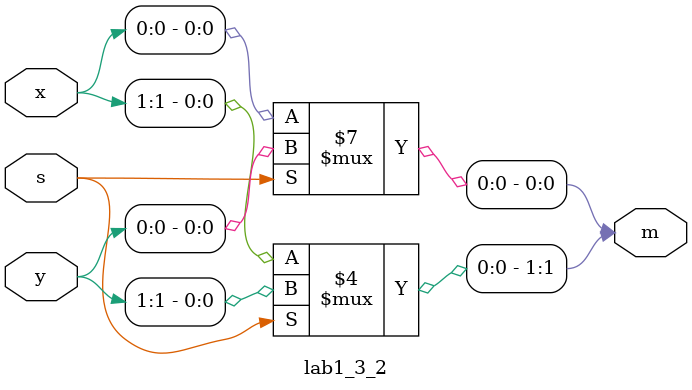
<source format=v>
`timescale 1ns / 1ps


module lab1_3_2(
    input [1:0] x,
    input [1:0] y,
    input s,
    output reg [1:0]m
    );
    
    always @ (x or y or s)
    begin
        if(s==0)
        begin
            m[0]=x[0];
            m[1]=x[1];
        end
        else
        begin
            m[0]=y[0];
            m[1]=y[1];
        end
    end
endmodule

</source>
